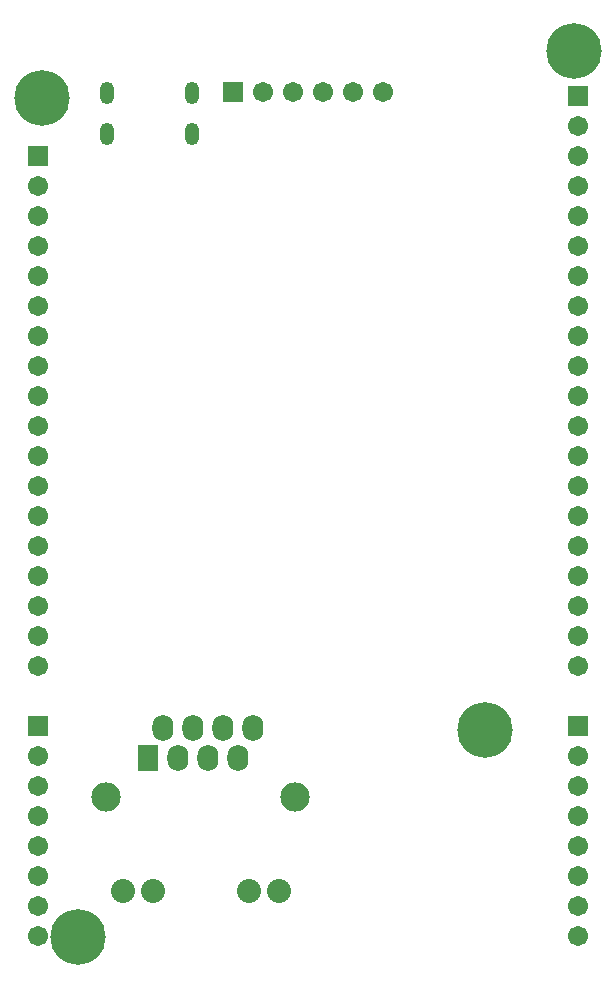
<source format=gbs>
%FSLAX25Y25*%
%MOIN*%
G70*
G01*
G75*
G04 Layer_Color=16711935*
%ADD10C,0.00700*%
%ADD11C,0.01000*%
%ADD12C,0.01700*%
%ADD13C,0.01500*%
%ADD14C,0.02000*%
%ADD15R,0.05906X0.09055*%
%ADD16R,0.05906X0.09449*%
%ADD17O,0.01181X0.08268*%
%ADD18O,0.08268X0.01181*%
%ADD19R,0.05000X0.08000*%
%ADD20R,0.03000X0.02500*%
%ADD21R,0.02500X0.03000*%
%ADD22R,0.06000X0.04921*%
G04:AMPARAMS|DCode=23|XSize=25mil|YSize=30mil|CornerRadius=0mil|HoleSize=0mil|Usage=FLASHONLY|Rotation=225.000|XOffset=0mil|YOffset=0mil|HoleType=Round|Shape=Rectangle|*
%AMROTATEDRECTD23*
4,1,4,-0.00177,0.01945,0.01945,-0.00177,0.00177,-0.01945,-0.01945,0.00177,-0.00177,0.01945,0.0*
%
%ADD23ROTATEDRECTD23*%

G04:AMPARAMS|DCode=24|XSize=25mil|YSize=30mil|CornerRadius=0mil|HoleSize=0mil|Usage=FLASHONLY|Rotation=315.000|XOffset=0mil|YOffset=0mil|HoleType=Round|Shape=Rectangle|*
%AMROTATEDRECTD24*
4,1,4,-0.01945,-0.00177,0.00177,0.01945,0.01945,0.00177,-0.00177,-0.01945,-0.01945,-0.00177,0.0*
%
%ADD24ROTATEDRECTD24*%

%ADD25R,0.07087X0.06299*%
%ADD26R,0.05118X0.02165*%
G04:AMPARAMS|DCode=27|XSize=11.81mil|YSize=82.68mil|CornerRadius=0mil|HoleSize=0mil|Usage=FLASHONLY|Rotation=225.000|XOffset=0mil|YOffset=0mil|HoleType=Round|Shape=Round|*
%AMOVALD27*
21,1,0.07087,0.01181,0.00000,0.00000,315.0*
1,1,0.01181,-0.02506,0.02506*
1,1,0.01181,0.02506,-0.02506*
%
%ADD27OVALD27*%

G04:AMPARAMS|DCode=28|XSize=11.81mil|YSize=82.68mil|CornerRadius=0mil|HoleSize=0mil|Usage=FLASHONLY|Rotation=315.000|XOffset=0mil|YOffset=0mil|HoleType=Round|Shape=Round|*
%AMOVALD28*
21,1,0.07087,0.01181,0.00000,0.00000,45.0*
1,1,0.01181,-0.02506,-0.02506*
1,1,0.01181,0.02506,0.02506*
%
%ADD28OVALD28*%

%ADD29R,0.04331X0.05512*%
%ADD30R,0.02756X0.06299*%
%ADD31R,0.04724X0.08661*%
%ADD32R,0.06299X0.05512*%
%ADD33R,0.01575X0.08465*%
G04:AMPARAMS|DCode=34|XSize=59.06mil|YSize=94.49mil|CornerRadius=0mil|HoleSize=0mil|Usage=FLASHONLY|Rotation=315.000|XOffset=0mil|YOffset=0mil|HoleType=Round|Shape=Rectangle|*
%AMROTATEDRECTD34*
4,1,4,-0.05429,-0.01253,0.01253,0.05429,0.05429,0.01253,-0.01253,-0.05429,-0.05429,-0.01253,0.0*
%
%ADD34ROTATEDRECTD34*%

G04:AMPARAMS|DCode=35|XSize=59.06mil|YSize=90.55mil|CornerRadius=0mil|HoleSize=0mil|Usage=FLASHONLY|Rotation=315.000|XOffset=0mil|YOffset=0mil|HoleType=Round|Shape=Rectangle|*
%AMROTATEDRECTD35*
4,1,4,-0.05289,-0.01114,0.01114,0.05289,0.05289,0.01114,-0.01114,-0.05289,-0.05289,-0.01114,0.0*
%
%ADD35ROTATEDRECTD35*%

%ADD36C,0.00500*%
%ADD37C,0.05906*%
%ADD38R,0.05906X0.05906*%
%ADD39R,0.05906X0.05906*%
%ADD40O,0.06200X0.08000*%
%ADD41C,0.09000*%
%ADD42C,0.07200*%
%ADD43R,0.06200X0.08000*%
%ADD44O,0.03937X0.06693*%
%ADD45C,0.17716*%
%ADD46C,0.02200*%
%ADD47C,0.05000*%
%ADD48C,0.03937*%
%ADD49C,0.00984*%
%ADD50C,0.02362*%
%ADD51C,0.00800*%
%ADD52C,0.00787*%
%ADD53C,0.01200*%
%ADD54R,0.08000X0.02000*%
%ADD55R,0.06706X0.09855*%
%ADD56R,0.06706X0.10249*%
%ADD57O,0.01981X0.09068*%
%ADD58O,0.09068X0.01981*%
%ADD59R,0.05800X0.08800*%
%ADD60R,0.03800X0.03300*%
%ADD61R,0.03300X0.03800*%
%ADD62R,0.06800X0.05721*%
G04:AMPARAMS|DCode=63|XSize=33mil|YSize=38mil|CornerRadius=0mil|HoleSize=0mil|Usage=FLASHONLY|Rotation=225.000|XOffset=0mil|YOffset=0mil|HoleType=Round|Shape=Rectangle|*
%AMROTATEDRECTD63*
4,1,4,-0.00177,0.02510,0.02510,-0.00177,0.00177,-0.02510,-0.02510,0.00177,-0.00177,0.02510,0.0*
%
%ADD63ROTATEDRECTD63*%

G04:AMPARAMS|DCode=64|XSize=33mil|YSize=38mil|CornerRadius=0mil|HoleSize=0mil|Usage=FLASHONLY|Rotation=315.000|XOffset=0mil|YOffset=0mil|HoleType=Round|Shape=Rectangle|*
%AMROTATEDRECTD64*
4,1,4,-0.02510,-0.00177,0.00177,0.02510,0.02510,0.00177,-0.00177,-0.02510,-0.02510,-0.00177,0.0*
%
%ADD64ROTATEDRECTD64*%

%ADD65R,0.07887X0.07099*%
%ADD66R,0.05918X0.02965*%
G04:AMPARAMS|DCode=67|XSize=19.81mil|YSize=90.68mil|CornerRadius=0mil|HoleSize=0mil|Usage=FLASHONLY|Rotation=225.000|XOffset=0mil|YOffset=0mil|HoleType=Round|Shape=Round|*
%AMOVALD67*
21,1,0.07087,0.01981,0.00000,0.00000,315.0*
1,1,0.01981,-0.02506,0.02506*
1,1,0.01981,0.02506,-0.02506*
%
%ADD67OVALD67*%

G04:AMPARAMS|DCode=68|XSize=19.81mil|YSize=90.68mil|CornerRadius=0mil|HoleSize=0mil|Usage=FLASHONLY|Rotation=315.000|XOffset=0mil|YOffset=0mil|HoleType=Round|Shape=Round|*
%AMOVALD68*
21,1,0.07087,0.01981,0.00000,0.00000,45.0*
1,1,0.01981,-0.02506,-0.02506*
1,1,0.01981,0.02506,0.02506*
%
%ADD68OVALD68*%

%ADD69R,0.05131X0.06312*%
%ADD70R,0.03556X0.07099*%
%ADD71R,0.05524X0.09461*%
%ADD72R,0.07099X0.06312*%
%ADD73R,0.02375X0.09265*%
G04:AMPARAMS|DCode=74|XSize=67.06mil|YSize=102.49mil|CornerRadius=0mil|HoleSize=0mil|Usage=FLASHONLY|Rotation=315.000|XOffset=0mil|YOffset=0mil|HoleType=Round|Shape=Rectangle|*
%AMROTATEDRECTD74*
4,1,4,-0.05994,-0.01253,0.01253,0.05994,0.05994,0.01253,-0.01253,-0.05994,-0.05994,-0.01253,0.0*
%
%ADD74ROTATEDRECTD74*%

G04:AMPARAMS|DCode=75|XSize=67.06mil|YSize=98.55mil|CornerRadius=0mil|HoleSize=0mil|Usage=FLASHONLY|Rotation=315.000|XOffset=0mil|YOffset=0mil|HoleType=Round|Shape=Rectangle|*
%AMROTATEDRECTD75*
4,1,4,-0.05855,-0.01114,0.01114,0.05855,0.05855,0.01114,-0.01114,-0.05855,-0.05855,-0.01114,0.0*
%
%ADD75ROTATEDRECTD75*%

%ADD76C,0.06706*%
%ADD77R,0.06706X0.06706*%
%ADD78R,0.06706X0.06706*%
%ADD79O,0.07000X0.08800*%
%ADD80C,0.09800*%
%ADD81C,0.08000*%
%ADD82R,0.07000X0.08800*%
%ADD83O,0.04737X0.07493*%
%ADD84C,0.18517*%
D76*
X90000Y10000D02*
D03*
Y20000D02*
D03*
Y30000D02*
D03*
Y40000D02*
D03*
Y50000D02*
D03*
Y60000D02*
D03*
Y70000D02*
D03*
X-90000Y100000D02*
D03*
Y110000D02*
D03*
Y120000D02*
D03*
Y130000D02*
D03*
Y140000D02*
D03*
Y150000D02*
D03*
Y160000D02*
D03*
Y170000D02*
D03*
Y180000D02*
D03*
Y190000D02*
D03*
Y200000D02*
D03*
Y210000D02*
D03*
Y220000D02*
D03*
Y230000D02*
D03*
Y240000D02*
D03*
Y250000D02*
D03*
Y260000D02*
D03*
X90000Y280000D02*
D03*
Y270000D02*
D03*
Y260000D02*
D03*
Y250000D02*
D03*
Y240000D02*
D03*
Y230000D02*
D03*
Y220000D02*
D03*
Y210000D02*
D03*
Y200000D02*
D03*
Y190000D02*
D03*
Y180000D02*
D03*
Y170000D02*
D03*
Y160000D02*
D03*
Y150000D02*
D03*
Y140000D02*
D03*
Y130000D02*
D03*
Y120000D02*
D03*
Y110000D02*
D03*
Y100000D02*
D03*
X-90000Y70000D02*
D03*
Y60000D02*
D03*
Y50000D02*
D03*
Y40000D02*
D03*
Y30000D02*
D03*
Y20000D02*
D03*
Y10000D02*
D03*
X25000Y291500D02*
D03*
X15000D02*
D03*
X5000D02*
D03*
X-5000D02*
D03*
X-15000D02*
D03*
D77*
X90000Y80000D02*
D03*
X-90000Y270000D02*
D03*
X90000Y290000D02*
D03*
X-90000Y80000D02*
D03*
D78*
X-25000Y291500D02*
D03*
D79*
X-38302Y79400D02*
D03*
X-33302Y69400D02*
D03*
X-43302D02*
D03*
X-28302Y79400D02*
D03*
X-23302Y69400D02*
D03*
X-18302Y79400D02*
D03*
X-48302D02*
D03*
D80*
X-67278Y56408D02*
D03*
X-4286D02*
D03*
D81*
X-61865Y25109D02*
D03*
X-9702D02*
D03*
X-19715D02*
D03*
X-51902D02*
D03*
D82*
X-53302Y69400D02*
D03*
D83*
X-67173Y277339D02*
D03*
X-38827D02*
D03*
X-67173Y291000D02*
D03*
X-38827D02*
D03*
D84*
X88583Y305118D02*
D03*
X-88583Y289370D02*
D03*
X59055Y78740D02*
D03*
X-76772Y9843D02*
D03*
M02*

</source>
